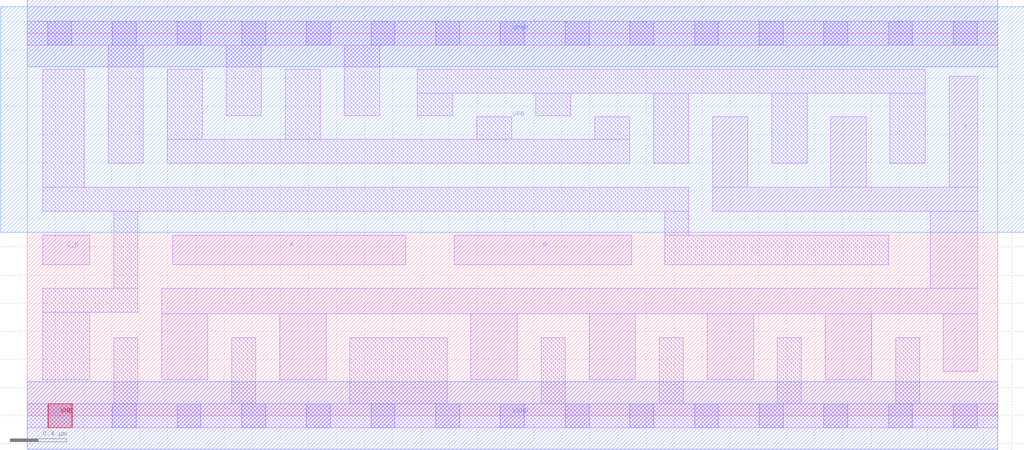
<source format=lef>
# Copyright 2020 The SkyWater PDK Authors
#
# Licensed under the Apache License, Version 2.0 (the "License");
# you may not use this file except in compliance with the License.
# You may obtain a copy of the License at
#
#     https://www.apache.org/licenses/LICENSE-2.0
#
# Unless required by applicable law or agreed to in writing, software
# distributed under the License is distributed on an "AS IS" BASIS,
# WITHOUT WARRANTIES OR CONDITIONS OF ANY KIND, either express or implied.
# See the License for the specific language governing permissions and
# limitations under the License.
#
# SPDX-License-Identifier: Apache-2.0

VERSION 5.7 ;
  NOWIREEXTENSIONATPIN ON ;
  DIVIDERCHAR "/" ;
  BUSBITCHARS "[]" ;
MACRO sky130_fd_sc_hd__nor3b_4
  CLASS CORE ;
  FOREIGN sky130_fd_sc_hd__nor3b_4 ;
  ORIGIN  0.000000  0.000000 ;
  SIZE  6.900000 BY  2.720000 ;
  SYMMETRY X Y R90 ;
  SITE unithd ;
  PIN A
    ANTENNAGATEAREA  0.990000 ;
    DIRECTION INPUT ;
    USE SIGNAL ;
    PORT
      LAYER li1 ;
        RECT 1.035000 1.075000 2.690000 1.285000 ;
    END
  END A
  PIN B
    ANTENNAGATEAREA  0.990000 ;
    DIRECTION INPUT ;
    USE SIGNAL ;
    PORT
      LAYER li1 ;
        RECT 3.035000 1.075000 4.300000 1.285000 ;
    END
  END B
  PIN C_N
    ANTENNAGATEAREA  0.247500 ;
    DIRECTION INPUT ;
    USE SIGNAL ;
    PORT
      LAYER li1 ;
        RECT 0.110000 1.075000 0.445000 1.285000 ;
    END
  END C_N
  PIN Y
    ANTENNADIFFAREA  1.593000 ;
    DIRECTION OUTPUT ;
    USE SIGNAL ;
    PORT
      LAYER li1 ;
        RECT 0.955000 0.255000 1.285000 0.725000 ;
        RECT 0.955000 0.725000 6.760000 0.905000 ;
        RECT 1.795000 0.255000 2.125000 0.725000 ;
        RECT 3.155000 0.255000 3.485000 0.725000 ;
        RECT 3.995000 0.255000 4.325000 0.725000 ;
        RECT 4.835000 0.255000 5.165000 0.725000 ;
        RECT 4.875000 1.455000 6.760000 1.625000 ;
        RECT 4.875000 1.625000 5.125000 2.125000 ;
        RECT 5.675000 0.255000 6.005000 0.725000 ;
        RECT 5.715000 1.625000 5.965000 2.125000 ;
        RECT 6.420000 0.905000 6.760000 1.455000 ;
        RECT 6.515000 0.315000 6.760000 0.725000 ;
        RECT 6.555000 1.625000 6.760000 2.415000 ;
    END
  END Y
  PIN VGND
    DIRECTION INOUT ;
    SHAPE ABUTMENT ;
    USE GROUND ;
    PORT
      LAYER met1 ;
        RECT 0.000000 -0.240000 6.900000 0.240000 ;
    END
  END VGND
  PIN VNB
    DIRECTION INOUT ;
    USE GROUND ;
    PORT
      LAYER pwell ;
        RECT 0.150000 -0.085000 0.320000 0.085000 ;
    END
  END VNB
  PIN VPB
    DIRECTION INOUT ;
    USE POWER ;
    PORT
      LAYER nwell ;
        RECT -0.190000 1.305000 7.090000 2.910000 ;
    END
  END VPB
  PIN VPWR
    DIRECTION INOUT ;
    SHAPE ABUTMENT ;
    USE POWER ;
    PORT
      LAYER met1 ;
        RECT 0.000000 2.480000 6.900000 2.960000 ;
    END
  END VPWR
  OBS
    LAYER li1 ;
      RECT 0.000000 -0.085000 6.900000 0.085000 ;
      RECT 0.000000  2.635000 6.900000 2.805000 ;
      RECT 0.110000  0.255000 0.445000 0.735000 ;
      RECT 0.110000  0.735000 0.785000 0.905000 ;
      RECT 0.110000  1.455000 4.705000 1.625000 ;
      RECT 0.110000  1.625000 0.405000 2.465000 ;
      RECT 0.575000  1.795000 0.825000 2.635000 ;
      RECT 0.615000  0.085000 0.785000 0.555000 ;
      RECT 0.615000  0.905000 0.785000 1.455000 ;
      RECT 0.995000  1.795000 4.285000 1.965000 ;
      RECT 0.995000  1.965000 1.245000 2.465000 ;
      RECT 1.415000  2.135000 1.665000 2.635000 ;
      RECT 1.455000  0.085000 1.625000 0.555000 ;
      RECT 1.835000  1.965000 2.085000 2.465000 ;
      RECT 2.255000  2.135000 2.505000 2.635000 ;
      RECT 2.295000  0.085000 2.985000 0.555000 ;
      RECT 2.775000  2.135000 3.025000 2.295000 ;
      RECT 2.775000  2.295000 6.385000 2.465000 ;
      RECT 3.195000  1.965000 3.445000 2.125000 ;
      RECT 3.615000  2.135000 3.865000 2.295000 ;
      RECT 3.655000  0.085000 3.825000 0.555000 ;
      RECT 4.035000  1.965000 4.285000 2.125000 ;
      RECT 4.455000  1.795000 4.705000 2.295000 ;
      RECT 4.495000  0.085000 4.665000 0.555000 ;
      RECT 4.535000  1.075000 6.125000 1.285000 ;
      RECT 4.535000  1.285000 4.705000 1.455000 ;
      RECT 5.295000  1.795000 5.545000 2.295000 ;
      RECT 5.335000  0.085000 5.505000 0.555000 ;
      RECT 6.135000  1.795000 6.385000 2.295000 ;
      RECT 6.175000  0.085000 6.345000 0.555000 ;
    LAYER mcon ;
      RECT 0.145000 -0.085000 0.315000 0.085000 ;
      RECT 0.145000  2.635000 0.315000 2.805000 ;
      RECT 0.605000 -0.085000 0.775000 0.085000 ;
      RECT 0.605000  2.635000 0.775000 2.805000 ;
      RECT 1.065000 -0.085000 1.235000 0.085000 ;
      RECT 1.065000  2.635000 1.235000 2.805000 ;
      RECT 1.525000 -0.085000 1.695000 0.085000 ;
      RECT 1.525000  2.635000 1.695000 2.805000 ;
      RECT 1.985000 -0.085000 2.155000 0.085000 ;
      RECT 1.985000  2.635000 2.155000 2.805000 ;
      RECT 2.445000 -0.085000 2.615000 0.085000 ;
      RECT 2.445000  2.635000 2.615000 2.805000 ;
      RECT 2.905000 -0.085000 3.075000 0.085000 ;
      RECT 2.905000  2.635000 3.075000 2.805000 ;
      RECT 3.365000 -0.085000 3.535000 0.085000 ;
      RECT 3.365000  2.635000 3.535000 2.805000 ;
      RECT 3.825000 -0.085000 3.995000 0.085000 ;
      RECT 3.825000  2.635000 3.995000 2.805000 ;
      RECT 4.285000 -0.085000 4.455000 0.085000 ;
      RECT 4.285000  2.635000 4.455000 2.805000 ;
      RECT 4.745000 -0.085000 4.915000 0.085000 ;
      RECT 4.745000  2.635000 4.915000 2.805000 ;
      RECT 5.205000 -0.085000 5.375000 0.085000 ;
      RECT 5.205000  2.635000 5.375000 2.805000 ;
      RECT 5.665000 -0.085000 5.835000 0.085000 ;
      RECT 5.665000  2.635000 5.835000 2.805000 ;
      RECT 6.125000 -0.085000 6.295000 0.085000 ;
      RECT 6.125000  2.635000 6.295000 2.805000 ;
      RECT 6.585000 -0.085000 6.755000 0.085000 ;
      RECT 6.585000  2.635000 6.755000 2.805000 ;
  END
END sky130_fd_sc_hd__nor3b_4
END LIBRARY

</source>
